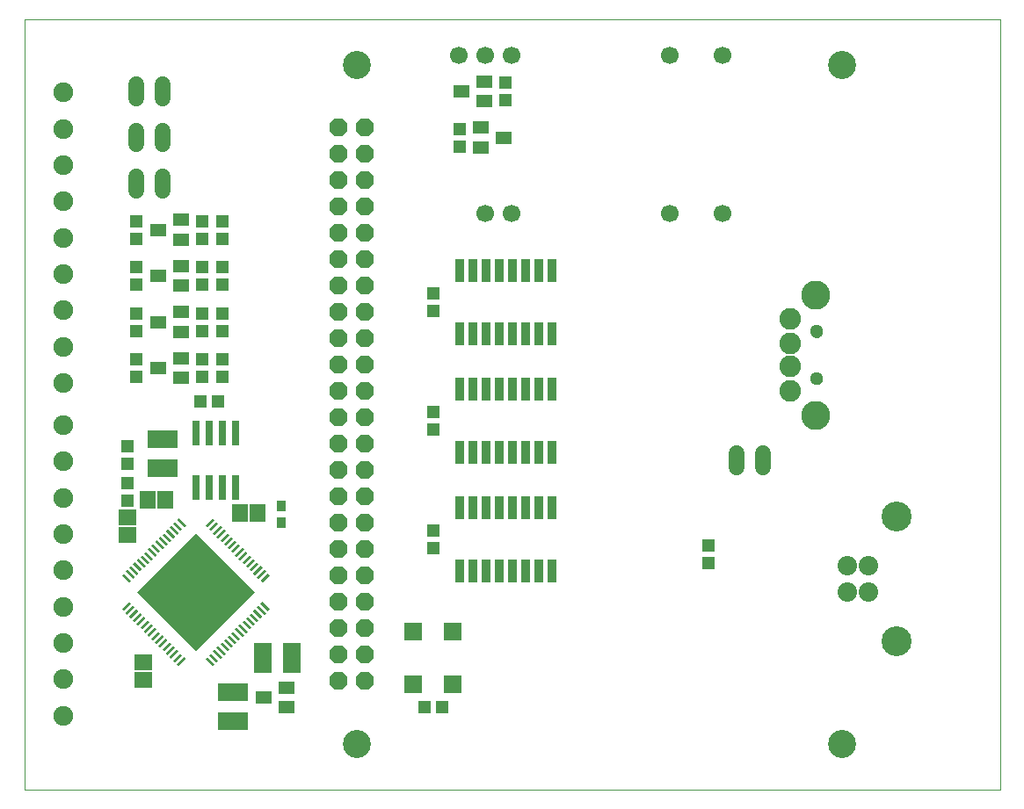
<source format=gts>
G75*
%MOIN*%
%OFA0B0*%
%FSLAX24Y24*%
%IPPOS*%
%LPD*%
%AMOC8*
5,1,8,0,0,1.08239X$1,22.5*
%
%ADD10C,0.0000*%
%ADD11C,0.1063*%
%ADD12R,0.0339X0.0879*%
%ADD13R,0.0394X0.0098*%
%ADD14R,0.3150X0.3150*%
%ADD15R,0.0709X0.1142*%
%ADD16R,0.1142X0.0709*%
%ADD17R,0.0512X0.0472*%
%ADD18R,0.0669X0.0709*%
%ADD19OC8,0.0669*%
%ADD20R,0.0315X0.0945*%
%ADD21C,0.0739*%
%ADD22C,0.1136*%
%ADD23C,0.0819*%
%ADD24C,0.1102*%
%ADD25C,0.0512*%
%ADD26C,0.0596*%
%ADD27R,0.0472X0.0512*%
%ADD28R,0.0591X0.0669*%
%ADD29R,0.0669X0.0591*%
%ADD30R,0.0630X0.0472*%
%ADD31C,0.0748*%
%ADD32C,0.0669*%
%ADD33R,0.0354X0.0413*%
D10*
X000942Y000150D02*
X000942Y029400D01*
X037942Y029400D01*
X037942Y000150D01*
X000942Y000150D01*
X013050Y001900D02*
X013052Y001944D01*
X013058Y001988D01*
X013068Y002031D01*
X013081Y002073D01*
X013099Y002113D01*
X013120Y002152D01*
X013144Y002189D01*
X013171Y002224D01*
X013202Y002256D01*
X013235Y002285D01*
X013271Y002311D01*
X013309Y002333D01*
X013349Y002352D01*
X013390Y002368D01*
X013433Y002380D01*
X013476Y002388D01*
X013520Y002392D01*
X013564Y002392D01*
X013608Y002388D01*
X013651Y002380D01*
X013694Y002368D01*
X013735Y002352D01*
X013775Y002333D01*
X013813Y002311D01*
X013849Y002285D01*
X013882Y002256D01*
X013913Y002224D01*
X013940Y002189D01*
X013964Y002152D01*
X013985Y002113D01*
X014003Y002073D01*
X014016Y002031D01*
X014026Y001988D01*
X014032Y001944D01*
X014034Y001900D01*
X014032Y001856D01*
X014026Y001812D01*
X014016Y001769D01*
X014003Y001727D01*
X013985Y001687D01*
X013964Y001648D01*
X013940Y001611D01*
X013913Y001576D01*
X013882Y001544D01*
X013849Y001515D01*
X013813Y001489D01*
X013775Y001467D01*
X013735Y001448D01*
X013694Y001432D01*
X013651Y001420D01*
X013608Y001412D01*
X013564Y001408D01*
X013520Y001408D01*
X013476Y001412D01*
X013433Y001420D01*
X013390Y001432D01*
X013349Y001448D01*
X013309Y001467D01*
X013271Y001489D01*
X013235Y001515D01*
X013202Y001544D01*
X013171Y001576D01*
X013144Y001611D01*
X013120Y001648D01*
X013099Y001687D01*
X013081Y001727D01*
X013068Y001769D01*
X013058Y001812D01*
X013052Y001856D01*
X013050Y001900D01*
X031450Y001900D02*
X031452Y001944D01*
X031458Y001988D01*
X031468Y002031D01*
X031481Y002073D01*
X031499Y002113D01*
X031520Y002152D01*
X031544Y002189D01*
X031571Y002224D01*
X031602Y002256D01*
X031635Y002285D01*
X031671Y002311D01*
X031709Y002333D01*
X031749Y002352D01*
X031790Y002368D01*
X031833Y002380D01*
X031876Y002388D01*
X031920Y002392D01*
X031964Y002392D01*
X032008Y002388D01*
X032051Y002380D01*
X032094Y002368D01*
X032135Y002352D01*
X032175Y002333D01*
X032213Y002311D01*
X032249Y002285D01*
X032282Y002256D01*
X032313Y002224D01*
X032340Y002189D01*
X032364Y002152D01*
X032385Y002113D01*
X032403Y002073D01*
X032416Y002031D01*
X032426Y001988D01*
X032432Y001944D01*
X032434Y001900D01*
X032432Y001856D01*
X032426Y001812D01*
X032416Y001769D01*
X032403Y001727D01*
X032385Y001687D01*
X032364Y001648D01*
X032340Y001611D01*
X032313Y001576D01*
X032282Y001544D01*
X032249Y001515D01*
X032213Y001489D01*
X032175Y001467D01*
X032135Y001448D01*
X032094Y001432D01*
X032051Y001420D01*
X032008Y001412D01*
X031964Y001408D01*
X031920Y001408D01*
X031876Y001412D01*
X031833Y001420D01*
X031790Y001432D01*
X031749Y001448D01*
X031709Y001467D01*
X031671Y001489D01*
X031635Y001515D01*
X031602Y001544D01*
X031571Y001576D01*
X031544Y001611D01*
X031520Y001648D01*
X031499Y001687D01*
X031481Y001727D01*
X031468Y001769D01*
X031458Y001812D01*
X031452Y001856D01*
X031450Y001900D01*
X030764Y015764D02*
X030766Y015793D01*
X030772Y015821D01*
X030781Y015849D01*
X030794Y015875D01*
X030811Y015898D01*
X030830Y015920D01*
X030852Y015939D01*
X030877Y015954D01*
X030903Y015967D01*
X030931Y015975D01*
X030959Y015980D01*
X030988Y015981D01*
X031017Y015978D01*
X031045Y015971D01*
X031072Y015961D01*
X031098Y015947D01*
X031121Y015930D01*
X031142Y015910D01*
X031160Y015887D01*
X031175Y015862D01*
X031186Y015835D01*
X031194Y015807D01*
X031198Y015778D01*
X031198Y015750D01*
X031194Y015721D01*
X031186Y015693D01*
X031175Y015666D01*
X031160Y015641D01*
X031142Y015618D01*
X031121Y015598D01*
X031098Y015581D01*
X031072Y015567D01*
X031045Y015557D01*
X031017Y015550D01*
X030988Y015547D01*
X030959Y015548D01*
X030931Y015553D01*
X030903Y015561D01*
X030877Y015574D01*
X030852Y015589D01*
X030830Y015608D01*
X030811Y015630D01*
X030794Y015653D01*
X030781Y015679D01*
X030772Y015707D01*
X030766Y015735D01*
X030764Y015764D01*
X030764Y017536D02*
X030766Y017565D01*
X030772Y017593D01*
X030781Y017621D01*
X030794Y017647D01*
X030811Y017670D01*
X030830Y017692D01*
X030852Y017711D01*
X030877Y017726D01*
X030903Y017739D01*
X030931Y017747D01*
X030959Y017752D01*
X030988Y017753D01*
X031017Y017750D01*
X031045Y017743D01*
X031072Y017733D01*
X031098Y017719D01*
X031121Y017702D01*
X031142Y017682D01*
X031160Y017659D01*
X031175Y017634D01*
X031186Y017607D01*
X031194Y017579D01*
X031198Y017550D01*
X031198Y017522D01*
X031194Y017493D01*
X031186Y017465D01*
X031175Y017438D01*
X031160Y017413D01*
X031142Y017390D01*
X031121Y017370D01*
X031098Y017353D01*
X031072Y017339D01*
X031045Y017329D01*
X031017Y017322D01*
X030988Y017319D01*
X030959Y017320D01*
X030931Y017325D01*
X030903Y017333D01*
X030877Y017346D01*
X030852Y017361D01*
X030830Y017380D01*
X030811Y017402D01*
X030794Y017425D01*
X030781Y017451D01*
X030772Y017479D01*
X030766Y017507D01*
X030764Y017536D01*
X031450Y027650D02*
X031452Y027694D01*
X031458Y027738D01*
X031468Y027781D01*
X031481Y027823D01*
X031499Y027863D01*
X031520Y027902D01*
X031544Y027939D01*
X031571Y027974D01*
X031602Y028006D01*
X031635Y028035D01*
X031671Y028061D01*
X031709Y028083D01*
X031749Y028102D01*
X031790Y028118D01*
X031833Y028130D01*
X031876Y028138D01*
X031920Y028142D01*
X031964Y028142D01*
X032008Y028138D01*
X032051Y028130D01*
X032094Y028118D01*
X032135Y028102D01*
X032175Y028083D01*
X032213Y028061D01*
X032249Y028035D01*
X032282Y028006D01*
X032313Y027974D01*
X032340Y027939D01*
X032364Y027902D01*
X032385Y027863D01*
X032403Y027823D01*
X032416Y027781D01*
X032426Y027738D01*
X032432Y027694D01*
X032434Y027650D01*
X032432Y027606D01*
X032426Y027562D01*
X032416Y027519D01*
X032403Y027477D01*
X032385Y027437D01*
X032364Y027398D01*
X032340Y027361D01*
X032313Y027326D01*
X032282Y027294D01*
X032249Y027265D01*
X032213Y027239D01*
X032175Y027217D01*
X032135Y027198D01*
X032094Y027182D01*
X032051Y027170D01*
X032008Y027162D01*
X031964Y027158D01*
X031920Y027158D01*
X031876Y027162D01*
X031833Y027170D01*
X031790Y027182D01*
X031749Y027198D01*
X031709Y027217D01*
X031671Y027239D01*
X031635Y027265D01*
X031602Y027294D01*
X031571Y027326D01*
X031544Y027361D01*
X031520Y027398D01*
X031499Y027437D01*
X031481Y027477D01*
X031468Y027519D01*
X031458Y027562D01*
X031452Y027606D01*
X031450Y027650D01*
X013050Y027650D02*
X013052Y027694D01*
X013058Y027738D01*
X013068Y027781D01*
X013081Y027823D01*
X013099Y027863D01*
X013120Y027902D01*
X013144Y027939D01*
X013171Y027974D01*
X013202Y028006D01*
X013235Y028035D01*
X013271Y028061D01*
X013309Y028083D01*
X013349Y028102D01*
X013390Y028118D01*
X013433Y028130D01*
X013476Y028138D01*
X013520Y028142D01*
X013564Y028142D01*
X013608Y028138D01*
X013651Y028130D01*
X013694Y028118D01*
X013735Y028102D01*
X013775Y028083D01*
X013813Y028061D01*
X013849Y028035D01*
X013882Y028006D01*
X013913Y027974D01*
X013940Y027939D01*
X013964Y027902D01*
X013985Y027863D01*
X014003Y027823D01*
X014016Y027781D01*
X014026Y027738D01*
X014032Y027694D01*
X014034Y027650D01*
X014032Y027606D01*
X014026Y027562D01*
X014016Y027519D01*
X014003Y027477D01*
X013985Y027437D01*
X013964Y027398D01*
X013940Y027361D01*
X013913Y027326D01*
X013882Y027294D01*
X013849Y027265D01*
X013813Y027239D01*
X013775Y027217D01*
X013735Y027198D01*
X013694Y027182D01*
X013651Y027170D01*
X013608Y027162D01*
X013564Y027158D01*
X013520Y027158D01*
X013476Y027162D01*
X013433Y027170D01*
X013390Y027182D01*
X013349Y027198D01*
X013309Y027217D01*
X013271Y027239D01*
X013235Y027265D01*
X013202Y027294D01*
X013171Y027326D01*
X013144Y027361D01*
X013120Y027398D01*
X013099Y027437D01*
X013081Y027477D01*
X013068Y027519D01*
X013058Y027562D01*
X013052Y027606D01*
X013050Y027650D01*
D11*
X013542Y027650D03*
X031942Y027650D03*
X031942Y001900D03*
X013542Y001900D03*
D12*
X017442Y008440D03*
X017942Y008440D03*
X018442Y008440D03*
X018942Y008440D03*
X019442Y008440D03*
X019942Y008440D03*
X020442Y008440D03*
X020942Y008440D03*
X020942Y010860D03*
X020442Y010860D03*
X019942Y010860D03*
X019442Y010860D03*
X018942Y010860D03*
X018442Y010860D03*
X017942Y010860D03*
X017442Y010860D03*
X017442Y012940D03*
X017942Y012940D03*
X018442Y012940D03*
X018942Y012940D03*
X019442Y012940D03*
X019942Y012940D03*
X020442Y012940D03*
X020942Y012940D03*
X020942Y015360D03*
X020442Y015360D03*
X019942Y015360D03*
X019442Y015360D03*
X018942Y015360D03*
X018442Y015360D03*
X017942Y015360D03*
X017442Y015360D03*
X017442Y017440D03*
X017942Y017440D03*
X018442Y017440D03*
X018942Y017440D03*
X019442Y017440D03*
X019942Y017440D03*
X020442Y017440D03*
X020942Y017440D03*
X020942Y019860D03*
X020442Y019860D03*
X019942Y019860D03*
X019442Y019860D03*
X018942Y019860D03*
X018442Y019860D03*
X017942Y019860D03*
X017442Y019860D03*
D13*
G36*
X007812Y010177D02*
X008089Y010454D01*
X008158Y010385D01*
X007881Y010108D01*
X007812Y010177D01*
G37*
G36*
X007951Y010038D02*
X008228Y010315D01*
X008297Y010246D01*
X008020Y009969D01*
X007951Y010038D01*
G37*
G36*
X008090Y009898D02*
X008367Y010175D01*
X008436Y010106D01*
X008159Y009829D01*
X008090Y009898D01*
G37*
G36*
X008229Y009759D02*
X008506Y010036D01*
X008575Y009967D01*
X008298Y009690D01*
X008229Y009759D01*
G37*
G36*
X008368Y009620D02*
X008645Y009897D01*
X008714Y009828D01*
X008437Y009551D01*
X008368Y009620D01*
G37*
G36*
X008507Y009481D02*
X008784Y009758D01*
X008853Y009689D01*
X008576Y009412D01*
X008507Y009481D01*
G37*
G36*
X008647Y009342D02*
X008924Y009619D01*
X008993Y009550D01*
X008716Y009273D01*
X008647Y009342D01*
G37*
G36*
X008786Y009202D02*
X009063Y009479D01*
X009132Y009410D01*
X008855Y009133D01*
X008786Y009202D01*
G37*
G36*
X008925Y009063D02*
X009202Y009340D01*
X009271Y009271D01*
X008994Y008994D01*
X008925Y009063D01*
G37*
G36*
X009064Y008924D02*
X009341Y009201D01*
X009410Y009132D01*
X009133Y008855D01*
X009064Y008924D01*
G37*
G36*
X009203Y008785D02*
X009480Y009062D01*
X009549Y008993D01*
X009272Y008716D01*
X009203Y008785D01*
G37*
G36*
X009343Y008646D02*
X009620Y008923D01*
X009689Y008854D01*
X009412Y008577D01*
X009343Y008646D01*
G37*
G36*
X009482Y008506D02*
X009759Y008783D01*
X009828Y008714D01*
X009551Y008437D01*
X009482Y008506D01*
G37*
G36*
X009621Y008367D02*
X009898Y008644D01*
X009967Y008575D01*
X009690Y008298D01*
X009621Y008367D01*
G37*
G36*
X009760Y008228D02*
X010037Y008505D01*
X010106Y008436D01*
X009829Y008159D01*
X009760Y008228D01*
G37*
G36*
X009899Y008089D02*
X010176Y008366D01*
X010245Y008297D01*
X009968Y008020D01*
X009899Y008089D01*
G37*
G36*
X009968Y007280D02*
X010245Y007003D01*
X010176Y006934D01*
X009899Y007211D01*
X009968Y007280D01*
G37*
G36*
X009829Y007141D02*
X010106Y006864D01*
X010037Y006795D01*
X009760Y007072D01*
X009829Y007141D01*
G37*
G36*
X009690Y007002D02*
X009967Y006725D01*
X009898Y006656D01*
X009621Y006933D01*
X009690Y007002D01*
G37*
G36*
X009551Y006863D02*
X009828Y006586D01*
X009759Y006517D01*
X009482Y006794D01*
X009551Y006863D01*
G37*
G36*
X009412Y006723D02*
X009689Y006446D01*
X009620Y006377D01*
X009343Y006654D01*
X009412Y006723D01*
G37*
G36*
X009272Y006584D02*
X009549Y006307D01*
X009480Y006238D01*
X009203Y006515D01*
X009272Y006584D01*
G37*
G36*
X009133Y006445D02*
X009410Y006168D01*
X009341Y006099D01*
X009064Y006376D01*
X009133Y006445D01*
G37*
G36*
X008994Y006306D02*
X009271Y006029D01*
X009202Y005960D01*
X008925Y006237D01*
X008994Y006306D01*
G37*
G36*
X008855Y006167D02*
X009132Y005890D01*
X009063Y005821D01*
X008786Y006098D01*
X008855Y006167D01*
G37*
G36*
X008716Y006027D02*
X008993Y005750D01*
X008924Y005681D01*
X008647Y005958D01*
X008716Y006027D01*
G37*
G36*
X008576Y005888D02*
X008853Y005611D01*
X008784Y005542D01*
X008507Y005819D01*
X008576Y005888D01*
G37*
G36*
X008437Y005749D02*
X008714Y005472D01*
X008645Y005403D01*
X008368Y005680D01*
X008437Y005749D01*
G37*
G36*
X008298Y005610D02*
X008575Y005333D01*
X008506Y005264D01*
X008229Y005541D01*
X008298Y005610D01*
G37*
G36*
X008159Y005471D02*
X008436Y005194D01*
X008367Y005125D01*
X008090Y005402D01*
X008159Y005471D01*
G37*
G36*
X008020Y005331D02*
X008297Y005054D01*
X008228Y004985D01*
X007951Y005262D01*
X008020Y005331D01*
G37*
G36*
X007881Y005192D02*
X008158Y004915D01*
X008089Y004846D01*
X007812Y005123D01*
X007881Y005192D01*
G37*
G36*
X007072Y005123D02*
X006795Y004846D01*
X006726Y004915D01*
X007003Y005192D01*
X007072Y005123D01*
G37*
G36*
X006933Y005262D02*
X006656Y004985D01*
X006587Y005054D01*
X006864Y005331D01*
X006933Y005262D01*
G37*
G36*
X006793Y005402D02*
X006516Y005125D01*
X006447Y005194D01*
X006724Y005471D01*
X006793Y005402D01*
G37*
G36*
X006654Y005541D02*
X006377Y005264D01*
X006308Y005333D01*
X006585Y005610D01*
X006654Y005541D01*
G37*
G36*
X006515Y005680D02*
X006238Y005403D01*
X006169Y005472D01*
X006446Y005749D01*
X006515Y005680D01*
G37*
G36*
X006376Y005819D02*
X006099Y005542D01*
X006030Y005611D01*
X006307Y005888D01*
X006376Y005819D01*
G37*
G36*
X006237Y005958D02*
X005960Y005681D01*
X005891Y005750D01*
X006168Y006027D01*
X006237Y005958D01*
G37*
G36*
X006097Y006098D02*
X005820Y005821D01*
X005751Y005890D01*
X006028Y006167D01*
X006097Y006098D01*
G37*
G36*
X005958Y006237D02*
X005681Y005960D01*
X005612Y006029D01*
X005889Y006306D01*
X005958Y006237D01*
G37*
G36*
X005819Y006376D02*
X005542Y006099D01*
X005473Y006168D01*
X005750Y006445D01*
X005819Y006376D01*
G37*
G36*
X005680Y006515D02*
X005403Y006238D01*
X005334Y006307D01*
X005611Y006584D01*
X005680Y006515D01*
G37*
G36*
X005541Y006654D02*
X005264Y006377D01*
X005195Y006446D01*
X005472Y006723D01*
X005541Y006654D01*
G37*
G36*
X005401Y006794D02*
X005124Y006517D01*
X005055Y006586D01*
X005332Y006863D01*
X005401Y006794D01*
G37*
G36*
X005262Y006933D02*
X004985Y006656D01*
X004916Y006725D01*
X005193Y007002D01*
X005262Y006933D01*
G37*
G36*
X005123Y007072D02*
X004846Y006795D01*
X004777Y006864D01*
X005054Y007141D01*
X005123Y007072D01*
G37*
G36*
X004984Y007211D02*
X004707Y006934D01*
X004638Y007003D01*
X004915Y007280D01*
X004984Y007211D01*
G37*
G36*
X004915Y008020D02*
X004638Y008297D01*
X004707Y008366D01*
X004984Y008089D01*
X004915Y008020D01*
G37*
G36*
X005054Y008159D02*
X004777Y008436D01*
X004846Y008505D01*
X005123Y008228D01*
X005054Y008159D01*
G37*
G36*
X005193Y008298D02*
X004916Y008575D01*
X004985Y008644D01*
X005262Y008367D01*
X005193Y008298D01*
G37*
G36*
X005332Y008437D02*
X005055Y008714D01*
X005124Y008783D01*
X005401Y008506D01*
X005332Y008437D01*
G37*
G36*
X005472Y008577D02*
X005195Y008854D01*
X005264Y008923D01*
X005541Y008646D01*
X005472Y008577D01*
G37*
G36*
X005611Y008716D02*
X005334Y008993D01*
X005403Y009062D01*
X005680Y008785D01*
X005611Y008716D01*
G37*
G36*
X005750Y008855D02*
X005473Y009132D01*
X005542Y009201D01*
X005819Y008924D01*
X005750Y008855D01*
G37*
G36*
X005889Y008994D02*
X005612Y009271D01*
X005681Y009340D01*
X005958Y009063D01*
X005889Y008994D01*
G37*
G36*
X006028Y009133D02*
X005751Y009410D01*
X005820Y009479D01*
X006097Y009202D01*
X006028Y009133D01*
G37*
G36*
X006168Y009273D02*
X005891Y009550D01*
X005960Y009619D01*
X006237Y009342D01*
X006168Y009273D01*
G37*
G36*
X006307Y009412D02*
X006030Y009689D01*
X006099Y009758D01*
X006376Y009481D01*
X006307Y009412D01*
G37*
G36*
X006446Y009551D02*
X006169Y009828D01*
X006238Y009897D01*
X006515Y009620D01*
X006446Y009551D01*
G37*
G36*
X006585Y009690D02*
X006308Y009967D01*
X006377Y010036D01*
X006654Y009759D01*
X006585Y009690D01*
G37*
G36*
X006724Y009829D02*
X006447Y010106D01*
X006516Y010175D01*
X006793Y009898D01*
X006724Y009829D01*
G37*
G36*
X006864Y009969D02*
X006587Y010246D01*
X006656Y010315D01*
X006933Y010038D01*
X006864Y009969D01*
G37*
G36*
X007003Y010108D02*
X006726Y010385D01*
X006795Y010454D01*
X007072Y010177D01*
X007003Y010108D01*
G37*
D14*
G36*
X009669Y007650D02*
X007442Y005423D01*
X005215Y007650D01*
X007442Y009877D01*
X009669Y007650D01*
G37*
D15*
X009990Y005150D03*
X011093Y005150D03*
D16*
X008842Y003851D03*
X008842Y002749D03*
X006192Y012349D03*
X006192Y013451D03*
D17*
X004842Y013185D03*
X004842Y012515D03*
X004842Y011785D03*
X004842Y011115D03*
X007607Y014900D03*
X008276Y014900D03*
X008442Y015815D03*
X007692Y015815D03*
X007692Y016485D03*
X008442Y016485D03*
X008442Y017565D03*
X007692Y017565D03*
X007692Y018235D03*
X008442Y018235D03*
X008442Y019315D03*
X007692Y019315D03*
X007692Y019985D03*
X008442Y019985D03*
X008442Y021065D03*
X007692Y021065D03*
X007692Y021735D03*
X008442Y021735D03*
X005192Y021735D03*
X005192Y021065D03*
X005192Y019985D03*
X005192Y019315D03*
X005192Y018235D03*
X005192Y017565D03*
X005192Y016485D03*
X005192Y015815D03*
X017442Y024565D03*
X017442Y025235D03*
X019192Y026315D03*
X019192Y026985D03*
X026872Y009420D03*
X026872Y008750D03*
X016776Y003300D03*
X016107Y003300D03*
D18*
X015694Y004146D03*
X017190Y004146D03*
X017190Y006154D03*
X015694Y006154D03*
D19*
X013842Y006275D03*
X013842Y007275D03*
X013842Y008275D03*
X012842Y008275D03*
X012842Y007275D03*
X012842Y006275D03*
X012842Y005275D03*
X013842Y005275D03*
X013842Y004275D03*
X012842Y004275D03*
X012842Y009275D03*
X013842Y009275D03*
X013842Y010275D03*
X013842Y011275D03*
X012842Y011275D03*
X012842Y010275D03*
X012842Y012275D03*
X013842Y012275D03*
X013842Y013275D03*
X012842Y013275D03*
X012842Y014275D03*
X013842Y014275D03*
X013842Y015275D03*
X013842Y016275D03*
X012842Y016275D03*
X012842Y015275D03*
X012842Y017275D03*
X013842Y017275D03*
X013842Y018275D03*
X013842Y019275D03*
X012842Y019275D03*
X012842Y018275D03*
X012842Y020275D03*
X013842Y020275D03*
X013842Y021275D03*
X012842Y021275D03*
X012842Y022275D03*
X013842Y022275D03*
X013842Y023275D03*
X013842Y024275D03*
X012842Y024275D03*
X012842Y023275D03*
X012842Y025275D03*
X013842Y025275D03*
D20*
X008942Y013674D03*
X008442Y013674D03*
X007942Y013674D03*
X007442Y013674D03*
X007442Y011626D03*
X007942Y011626D03*
X008442Y011626D03*
X008942Y011626D03*
D21*
X032162Y008642D03*
X032942Y008642D03*
X032942Y007658D03*
X032162Y007658D03*
D22*
X034012Y005780D03*
X034012Y010520D03*
D23*
X029997Y015272D03*
X029997Y016206D03*
X029997Y017094D03*
X029997Y018028D03*
D24*
X030942Y018933D03*
X030942Y014367D03*
D25*
X030981Y015764D03*
X030981Y017536D03*
D26*
X028942Y012909D02*
X028942Y012391D01*
X027942Y012391D02*
X027942Y012909D01*
X006192Y022891D02*
X006192Y023409D01*
X005192Y023409D02*
X005192Y022891D01*
X005192Y024641D02*
X005192Y025159D01*
X006192Y025159D02*
X006192Y024641D01*
X006192Y026391D02*
X006192Y026909D01*
X005192Y026909D02*
X005192Y026391D01*
D27*
X016442Y018985D03*
X016442Y018315D03*
X016442Y014485D03*
X016442Y013815D03*
X016442Y009985D03*
X016442Y009315D03*
D28*
X009776Y010650D03*
X009107Y010650D03*
X006276Y011150D03*
X005607Y011150D03*
D29*
X004842Y010485D03*
X004842Y009815D03*
X005442Y004985D03*
X005442Y004315D03*
D30*
X010009Y003650D03*
X010875Y003276D03*
X010875Y004024D03*
X006875Y015776D03*
X006875Y016524D03*
X006009Y016150D03*
X006875Y017526D03*
X006875Y018274D03*
X006009Y017900D03*
X006875Y019276D03*
X006009Y019650D03*
X006875Y020024D03*
X006875Y021026D03*
X006009Y021400D03*
X006875Y021774D03*
X017509Y026650D03*
X018375Y027024D03*
X018375Y026276D03*
X018259Y025274D03*
X019125Y024900D03*
X018259Y024526D03*
D31*
X002431Y023849D03*
X002431Y025227D03*
X002431Y026605D03*
X002431Y022471D03*
X002431Y021093D03*
X002431Y019715D03*
X002431Y018337D03*
X002431Y016959D03*
X002431Y015582D03*
X002431Y013985D03*
X002431Y012607D03*
X002431Y011229D03*
X002431Y009851D03*
X002431Y008473D03*
X002431Y007095D03*
X002431Y005717D03*
X002431Y004339D03*
X002431Y002962D03*
D32*
X018430Y022028D03*
X019430Y022028D03*
X025430Y022028D03*
X027430Y022028D03*
X027430Y028028D03*
X025430Y028028D03*
X019430Y028028D03*
X018430Y028028D03*
X017430Y028028D03*
D33*
X010692Y010926D03*
X010692Y010296D03*
M02*

</source>
